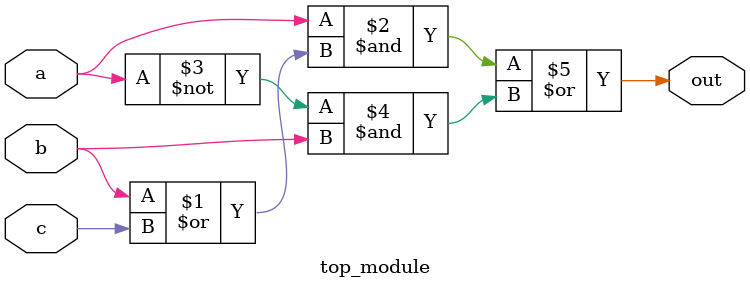
<source format=sv>
module top_module(
	input a, 
	input b,
	input c,
	output out
);

    assign out = (a & (b | c)) | (~a & b);
    
endmodule

</source>
